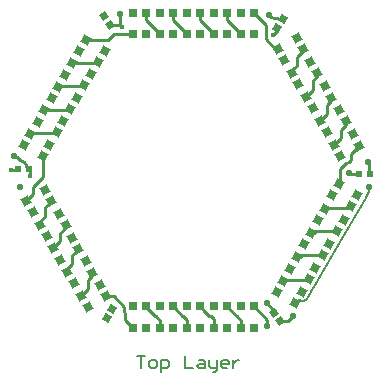
<source format=gtl>
G04*
G04 #@! TF.GenerationSoftware,Altium Limited,Altium Designer,24.6.1 (21)*
G04*
G04 Layer_Physical_Order=1*
G04 Layer_Color=255*
%FSLAX25Y25*%
%MOIN*%
G70*
G04*
G04 #@! TF.SameCoordinates,E7EFAE83-DE6B-43C8-B1E7-83CE5A6567CB*
G04*
G04*
G04 #@! TF.FilePolarity,Positive*
G04*
G01*
G75*
%ADD11C,0.01000*%
%ADD13C,0.00500*%
%ADD14R,0.02756X0.02756*%
%ADD15P,0.03452X4X375.0*%
%ADD16P,0.03452X4X80.0*%
%ADD17P,0.03897X4X375.0*%
%ADD18P,0.03897X4X75.0*%
%ADD19R,0.02441X0.02441*%
G04:AMPARAMS|DCode=29|XSize=19.68mil|YSize=19.68mil|CornerRadius=0mil|HoleSize=0mil|Usage=FLASHONLY|Rotation=90.000|XOffset=0mil|YOffset=0mil|HoleType=Round|Shape=Octagon|*
%AMOCTAGOND29*
4,1,8,0.00492,0.00984,-0.00492,0.00984,-0.00984,0.00492,-0.00984,-0.00492,-0.00492,-0.00984,0.00492,-0.00984,0.00984,-0.00492,0.00984,0.00492,0.00492,0.00984,0.0*
%
%ADD29OCTAGOND29*%

G04:AMPARAMS|DCode=30|XSize=19.68mil|YSize=19.68mil|CornerRadius=0mil|HoleSize=0mil|Usage=FLASHONLY|Rotation=150.000|XOffset=0mil|YOffset=0mil|HoleType=Round|Shape=Octagon|*
%AMOCTAGOND30*
4,1,8,-0.00606,0.00918,-0.01099,0.00066,-0.00918,-0.00606,-0.00066,-0.01099,0.00606,-0.00918,0.01099,-0.00066,0.00918,0.00606,0.00066,0.01099,-0.00606,0.00918,0.0*
%
%ADD30OCTAGOND30*%

G04:AMPARAMS|DCode=31|XSize=19.68mil|YSize=19.68mil|CornerRadius=0mil|HoleSize=0mil|Usage=FLASHONLY|Rotation=35.000|XOffset=0mil|YOffset=0mil|HoleType=Round|Shape=Octagon|*
%AMOCTAGOND31*
4,1,8,0.01089,0.00161,0.00524,0.00968,-0.00161,0.01089,-0.00968,0.00524,-0.01089,-0.00161,-0.00524,-0.00968,0.00161,-0.01089,0.00968,-0.00524,0.01089,0.00161,0.0*
%
%ADD31OCTAGOND31*%

%ADD32C,0.01575*%
D11*
X112094Y138601D02*
X113064Y138106D01*
X113325Y138059D01*
X113978Y138029D02*
X113941Y138031D01*
X61800Y136890D02*
X61982Y135975D01*
X62500Y135200D01*
X27393Y91707D02*
X27184Y91867D01*
X30557Y89164D02*
X30050Y90062D01*
X29083Y90421D01*
X28391Y90709D02*
X29083Y90421D01*
X138200Y86444D02*
X139032Y86100D01*
X113325Y138059D02*
X113941Y138031D01*
X111680Y138955D02*
X112094Y138601D01*
X113978Y138029D02*
X115254Y137934D01*
X116086D01*
X62344Y135200D02*
X62500D01*
X61800Y136890D02*
Y139500D01*
X26700Y92000D02*
X27184Y91867D01*
X30557Y89164D02*
X30680Y88420D01*
X27393Y91707D02*
X28391Y90709D01*
X30680Y88420D02*
X31400Y87700D01*
X138500Y86900D02*
X138578Y86822D01*
X139032Y86100D02*
X141628D01*
X135194Y87694D02*
X137196Y89696D01*
X138162Y90254D02*
X138741Y90833D01*
Y92703D01*
X137196Y89696D02*
X138162Y90254D01*
X135194Y82559D02*
Y87694D01*
X138741Y92703D02*
X141598Y95561D01*
X144500Y90000D02*
X144785Y89715D01*
Y86487D02*
Y89715D01*
Y86487D02*
X145172Y86100D01*
X106600Y41963D02*
X111000Y37563D01*
Y35400D02*
Y37563D01*
X115116Y36949D02*
X117749D01*
X119500Y38700D01*
X110900Y42801D02*
Y43000D01*
X113084Y39851D02*
Y40617D01*
X110900Y42801D02*
X113084Y40617D01*
X114314Y133938D02*
Y134866D01*
X113110Y132734D02*
X114314Y133938D01*
X113110Y132510D02*
Y132734D01*
X113000Y132400D02*
X113110Y132510D01*
X110400Y131145D02*
Y135931D01*
Y131145D02*
X113636Y127909D01*
X114493D01*
X59794Y45298D02*
X63291Y41800D01*
Y39964D02*
X63500Y39755D01*
X63291Y39964D02*
Y41800D01*
X57441Y45298D02*
X59794D01*
X57363Y45376D02*
X57441Y45298D01*
X63500Y37428D02*
Y39755D01*
X39623Y61290D02*
X41947Y63614D01*
Y66315D01*
X43728Y68097D01*
Y69042D01*
X35323Y70275D02*
X36774Y71726D01*
Y74788D02*
X39028Y77042D01*
X35323Y69190D02*
Y70275D01*
X36774Y71726D02*
Y74788D01*
X61796Y135749D02*
X62344Y135200D01*
X58716Y135749D02*
X61796D01*
X59994Y132695D02*
X66100D01*
X58006Y130707D02*
X59994Y132695D01*
X106431Y139900D02*
X110400Y135931D01*
X50518Y130707D02*
X58006D01*
X25812Y87600D02*
X27757D01*
X25712Y87500D02*
X25812Y87600D01*
X27757D02*
X27857Y87700D01*
X32860Y81760D02*
X36092Y84992D01*
Y92054D01*
X32860Y79461D02*
Y81760D01*
X30623Y77190D02*
Y77224D01*
X32860Y79461D01*
X31753Y85650D02*
X31863Y85540D01*
X31753Y85650D02*
Y87347D01*
X31400Y87700D02*
X31753Y87347D01*
X63500Y37428D02*
X66169Y34759D01*
X133193Y95709D02*
X135447Y97963D01*
X137098Y102576D02*
Y103661D01*
X135447Y100925D02*
X137098Y102576D01*
X135447Y97963D02*
Y100925D01*
X132298Y110476D02*
Y111561D01*
X130947Y109125D02*
X132298Y110476D01*
X127533Y118609D02*
Y119694D01*
X126147Y117223D02*
X127533Y118609D01*
X121013Y125137D02*
X122898Y127022D01*
Y127761D01*
X121013Y122466D02*
Y125137D01*
X119128Y119842D02*
Y120581D01*
X121013Y122466D01*
X98453Y40903D02*
X100739Y38617D01*
X100922D01*
X102269Y37269D01*
Y34759D02*
Y37269D01*
X97575Y41963D02*
X98453Y41085D01*
Y40903D02*
Y41085D01*
X89428Y40903D02*
Y41186D01*
X92080Y38800D02*
X93244Y37637D01*
Y34759D02*
Y37637D01*
X88550Y42064D02*
X89428Y41186D01*
Y40903D02*
X91530Y38800D01*
X92080D01*
X79525Y42064D02*
X80403Y41186D01*
X82689Y38717D02*
X82872D01*
X84219Y34859D02*
Y37369D01*
X80403Y41003D02*
Y41186D01*
Y41003D02*
X82689Y38717D01*
X82872D02*
X84219Y37369D01*
X75194Y34859D02*
Y37269D01*
X70500Y41963D02*
X71378Y41085D01*
Y41003D02*
Y41085D01*
Y41003D02*
X73714Y38667D01*
X73797D01*
X75194Y37269D01*
X51213Y50742D02*
X52628Y52157D01*
X51213Y47778D02*
Y50742D01*
X48959Y45524D02*
X51213Y47778D01*
X52628Y52157D02*
Y53242D01*
X44223Y54475D02*
X45774Y56026D01*
X44223Y53390D02*
Y54475D01*
X45774Y58888D02*
X48028Y61142D01*
X45774Y56026D02*
Y58888D01*
X32018Y99407D02*
X32285Y99675D01*
X39961Y100675D02*
X40228Y100942D01*
X32285Y99675D02*
X40461D01*
X36884Y107525D02*
X45062D01*
X36654Y107295D02*
X36884Y107525D01*
X44562Y108525D02*
X44792Y108755D01*
X41491Y115381D02*
X49618D01*
X40718Y116107D02*
X40991Y116381D01*
X49618Y115381D02*
X49892Y115655D01*
X53918Y124181D02*
X54092Y124355D01*
X45818Y123007D02*
X45991Y123181D01*
X54418D01*
X74222Y133573D02*
Y133781D01*
X71974Y136030D02*
X74222Y133781D01*
X70431Y137365D02*
Y139900D01*
X74222Y133573D02*
X75100Y132695D01*
X71766Y136030D02*
X71974D01*
X70431Y137365D02*
X71766Y136030D01*
X83222Y133573D02*
Y133781D01*
X79431Y137364D02*
Y139900D01*
X83222Y133573D02*
X84100Y132695D01*
X80974Y136030D02*
X83222Y133781D01*
X80766Y136030D02*
X80974D01*
X79431Y137364D02*
X80766Y136030D01*
X92222Y133573D02*
X93100Y132695D01*
X88431Y137365D02*
X89766Y136030D01*
X88431Y137365D02*
Y139900D01*
X92222Y133573D02*
Y133781D01*
X89974Y136030D02*
X92222Y133781D01*
X89766Y136030D02*
X89974D01*
X101222Y133573D02*
X102100Y132695D01*
X98974Y136030D02*
X101222Y133781D01*
X97431Y137365D02*
X98766Y136030D01*
X97431Y137365D02*
Y139900D01*
X101222Y133573D02*
Y133781D01*
X98766Y136030D02*
X98974D01*
X123893Y111709D02*
X126147Y113963D01*
Y117223D01*
X130947Y106063D02*
Y109125D01*
X128693Y103809D02*
X130947Y106063D01*
X130438Y74704D02*
X138765D01*
X139039Y74977D01*
X127197Y67077D02*
X134239D01*
X125464Y66430D02*
X126549D01*
X127197Y67077D01*
X122597Y59077D02*
X129539D01*
X120765Y58330D02*
X121850D01*
X122597Y59077D01*
X116264Y50430D02*
X116538Y50704D01*
X124565D01*
X124839Y50977D01*
D13*
X144763Y80127D02*
X144800Y80316D01*
X144763Y80126D02*
X144763Y80127D01*
X143767Y78135D02*
X143765Y78132D01*
X126413Y48446D02*
X126395Y48417D01*
X125636Y47103D02*
X125589Y46993D01*
X125469Y46707D02*
X125589Y46993D01*
X127895Y50647D02*
X127914Y50676D01*
X122386Y43861D02*
X123333Y43738D01*
X124091Y44320D01*
X121914Y44131D02*
X121314Y44052D01*
X144356Y79155D02*
X144384Y79211D01*
X144763Y80126D02*
X144763Y80127D01*
X144384Y79211D02*
X144763Y80126D01*
X143767Y78135D02*
X144356Y79155D01*
X135217Y63326D02*
X143765Y78132D01*
X125636Y47103D02*
X126395Y48417D01*
X124091Y44320D02*
X125469Y46707D01*
X127914Y50676D02*
X135217Y63326D01*
X126413Y48446D02*
X127895Y50647D01*
X121914Y44131D02*
X122386Y43861D01*
X121314Y44052D02*
X121314Y44052D01*
X120339Y43077D02*
X121314Y44052D01*
X144800Y80316D02*
Y81800D01*
X67400Y25395D02*
X70066D01*
X68733D01*
Y21396D01*
X72065D02*
X73398D01*
X74064Y22063D01*
Y23395D01*
X73398Y24062D01*
X72065D01*
X71399Y23395D01*
Y22063D01*
X72065Y21396D01*
X75397Y20063D02*
Y24062D01*
X77397D01*
X78063Y23395D01*
Y22063D01*
X77397Y21396D01*
X75397D01*
X83395Y25395D02*
Y21396D01*
X86061D01*
X88060Y24062D02*
X89393D01*
X90059Y23395D01*
Y21396D01*
X88060D01*
X87394Y22063D01*
X88060Y22729D01*
X90059D01*
X91392Y24062D02*
Y22063D01*
X92059Y21396D01*
X94058D01*
Y20730D01*
X93392Y20063D01*
X92725D01*
X94058Y21396D02*
Y24062D01*
X97390Y21396D02*
X96057D01*
X95391Y22063D01*
Y23395D01*
X96057Y24062D01*
X97390D01*
X98057Y23395D01*
Y22729D01*
X95391D01*
X99390Y24062D02*
Y21396D01*
Y22729D01*
X100056Y23395D01*
X100723Y24062D01*
X101389D01*
D14*
X106600Y41963D02*
D03*
X106600Y34759D02*
D03*
X102269Y34759D02*
D03*
X102269Y41963D02*
D03*
X93244D02*
D03*
X93244Y34759D02*
D03*
X97575Y34759D02*
D03*
X97575Y41963D02*
D03*
X106431Y132695D02*
D03*
X106431Y139900D02*
D03*
X102100Y139900D02*
D03*
X102100Y132695D02*
D03*
X93100D02*
D03*
X93100Y139900D02*
D03*
X97431Y139900D02*
D03*
X97431Y132695D02*
D03*
X88431Y132695D02*
D03*
X88431Y139900D02*
D03*
X84100Y139900D02*
D03*
X84100Y132695D02*
D03*
X75100D02*
D03*
X75100Y139900D02*
D03*
X79431Y139900D02*
D03*
X79431Y132695D02*
D03*
X70431D02*
D03*
X70431Y139900D02*
D03*
X66100Y139900D02*
D03*
X66100Y132695D02*
D03*
X70500Y41963D02*
D03*
X70500Y34759D02*
D03*
X66169Y34759D02*
D03*
Y41963D02*
D03*
X79525Y42064D02*
D03*
X79525Y34859D02*
D03*
X75194Y34859D02*
D03*
X75194Y42064D02*
D03*
X88550Y42064D02*
D03*
X88550Y34859D02*
D03*
X84219Y34859D02*
D03*
X84219Y42064D02*
D03*
D15*
X59186Y41034D02*
D03*
X57414Y37966D02*
D03*
X114314Y134866D02*
D03*
X116086Y137934D02*
D03*
D16*
X113084Y39851D02*
D03*
X115116Y36949D02*
D03*
X58716Y135749D02*
D03*
X56684Y138651D02*
D03*
D17*
X116264Y50430D02*
D03*
X122504Y46828D02*
D03*
X120339Y43077D02*
D03*
X114099Y46679D02*
D03*
X120765Y58330D02*
D03*
X127004Y54728D02*
D03*
X124839Y50977D02*
D03*
X118599Y54580D02*
D03*
X125464Y66430D02*
D03*
X131704Y62828D02*
D03*
X129539Y59077D02*
D03*
X123299Y62679D02*
D03*
X130165Y74430D02*
D03*
X136404Y70828D02*
D03*
X134239Y67077D02*
D03*
X127999Y70679D02*
D03*
X134736Y82788D02*
D03*
X140976Y79185D02*
D03*
X138810Y75435D02*
D03*
X132571Y79037D02*
D03*
X54592Y123354D02*
D03*
X48352Y126957D02*
D03*
X50518Y130707D02*
D03*
X56757Y127105D02*
D03*
X52057Y119405D02*
D03*
X45818Y123007D02*
D03*
X43652Y119257D02*
D03*
X49892Y115655D02*
D03*
X45292Y107755D02*
D03*
X39052Y111357D02*
D03*
X41218Y115107D02*
D03*
X47457Y111505D02*
D03*
X42893Y103693D02*
D03*
X36654Y107295D02*
D03*
X34489Y103545D02*
D03*
X40728Y99942D02*
D03*
X36092Y92054D02*
D03*
X29852Y95657D02*
D03*
X32018Y99407D02*
D03*
X38257Y95805D02*
D03*
D18*
X133193Y95709D02*
D03*
X139432Y99311D02*
D03*
X141598Y95561D02*
D03*
X135358Y91958D02*
D03*
X128693Y103809D02*
D03*
X134932Y107411D02*
D03*
X137098Y103661D02*
D03*
X130858Y100058D02*
D03*
X123893Y111709D02*
D03*
X130132Y115311D02*
D03*
X132298Y111561D02*
D03*
X126058Y107958D02*
D03*
X119128Y119842D02*
D03*
X125368Y123445D02*
D03*
X127533Y119694D02*
D03*
X121293Y116092D02*
D03*
X114493Y127909D02*
D03*
X120732Y131511D02*
D03*
X122898Y127761D02*
D03*
X116658Y124158D02*
D03*
X36863Y80793D02*
D03*
X30623Y77190D02*
D03*
X32789Y73440D02*
D03*
X39028Y77042D02*
D03*
X43728Y69042D02*
D03*
X37489Y65440D02*
D03*
X35323Y69190D02*
D03*
X41563Y72793D02*
D03*
X45863Y64893D02*
D03*
X39623Y61290D02*
D03*
X41789Y57540D02*
D03*
X48028Y61142D02*
D03*
X52628Y53242D02*
D03*
X46389Y49640D02*
D03*
X44223Y53390D02*
D03*
X50463Y56993D02*
D03*
X55198Y49126D02*
D03*
X48959Y45524D02*
D03*
X51124Y41773D02*
D03*
X57363Y45376D02*
D03*
D19*
X31400Y87700D02*
D03*
X27857D02*
D03*
X141628Y86100D02*
D03*
X145172D02*
D03*
D29*
X111680Y138955D02*
D03*
X119500Y38700D02*
D03*
X144500Y90000D02*
D03*
X111000Y35400D02*
D03*
X110900Y43000D02*
D03*
X26700Y92000D02*
D03*
X61800Y139500D02*
D03*
X28700Y81900D02*
D03*
D30*
X145000D02*
D03*
D31*
X138200Y86444D02*
D03*
D32*
X28700Y81900D02*
D03*
X56684Y138651D02*
D03*
X138200Y86444D02*
D03*
X144500Y90000D02*
D03*
X113000Y132400D02*
D03*
X59186Y41034D02*
D03*
X119500Y38700D02*
D03*
X110900Y43000D02*
D03*
X56757Y127105D02*
D03*
X52057Y119405D02*
D03*
X47536Y111493D02*
D03*
X42893Y103693D02*
D03*
X38257Y95805D02*
D03*
X37489Y65440D02*
D03*
X36863Y80793D02*
D03*
X41563Y72793D02*
D03*
X45863Y64893D02*
D03*
X50463Y56993D02*
D03*
X55198Y49126D02*
D03*
X66169Y41963D02*
D03*
X75194Y42064D02*
D03*
X84219D02*
D03*
X93244Y41963D02*
D03*
X102269D02*
D03*
X114099Y46679D02*
D03*
X118599Y54580D02*
D03*
X123299Y62679D02*
D03*
X127999Y70679D02*
D03*
X132799Y78579D02*
D03*
X135358Y91958D02*
D03*
X130858Y100058D02*
D03*
X126058Y107958D02*
D03*
X121293Y116092D02*
D03*
X116658Y124158D02*
D03*
X106431Y132695D02*
D03*
X97431Y132695D02*
D03*
X88431Y132695D02*
D03*
X79486Y132618D02*
D03*
X70431Y132695D02*
D03*
X62500Y135200D02*
D03*
X25712Y87500D02*
D03*
X31863Y85540D02*
D03*
X134932Y107411D02*
D03*
X139432Y99311D02*
D03*
X120732Y131511D02*
D03*
X125368Y123445D02*
D03*
X39052Y111357D02*
D03*
X43652Y119257D02*
D03*
X116086Y137934D02*
D03*
X57414Y37966D02*
D03*
X106600Y34759D02*
D03*
X97575D02*
D03*
X88550Y34859D02*
D03*
X79525D02*
D03*
X70500Y34759D02*
D03*
X51124Y41773D02*
D03*
X46389Y49640D02*
D03*
X41789Y57540D02*
D03*
X32789Y73440D02*
D03*
X29852Y95657D02*
D03*
X34489Y103545D02*
D03*
X48352Y126957D02*
D03*
X66100Y139900D02*
D03*
X75100D02*
D03*
X84100D02*
D03*
X93100Y139900D02*
D03*
X102100Y139900D02*
D03*
X130132Y115311D02*
D03*
X141204Y78728D02*
D03*
X136404Y70828D02*
D03*
X131704Y62828D02*
D03*
X127004Y54728D02*
D03*
X122504Y46828D02*
D03*
M02*

</source>
